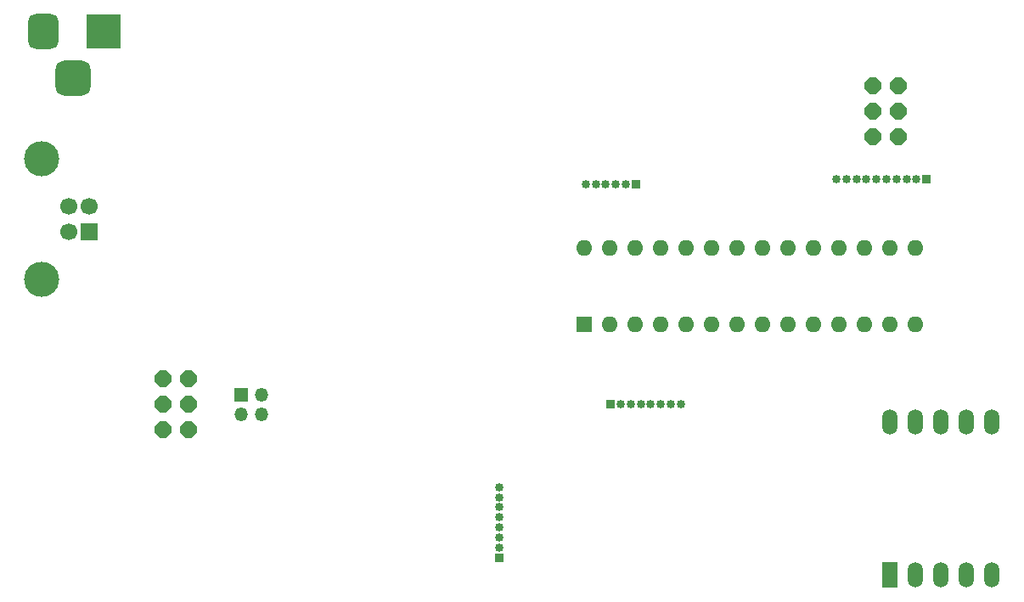
<source format=gbr>
%TF.GenerationSoftware,KiCad,Pcbnew,8.0.8*%
%TF.CreationDate,2025-05-31T18:37:02+02:00*%
%TF.ProjectId,Arduino_pcb,41726475-696e-46f5-9f70-63622e6b6963,rev?*%
%TF.SameCoordinates,Original*%
%TF.FileFunction,Soldermask,Bot*%
%TF.FilePolarity,Negative*%
%FSLAX46Y46*%
G04 Gerber Fmt 4.6, Leading zero omitted, Abs format (unit mm)*
G04 Created by KiCad (PCBNEW 8.0.8) date 2025-05-31 18:37:02*
%MOMM*%
%LPD*%
G01*
G04 APERTURE LIST*
G04 Aperture macros list*
%AMRoundRect*
0 Rectangle with rounded corners*
0 $1 Rounding radius*
0 $2 $3 $4 $5 $6 $7 $8 $9 X,Y pos of 4 corners*
0 Add a 4 corners polygon primitive as box body*
4,1,4,$2,$3,$4,$5,$6,$7,$8,$9,$2,$3,0*
0 Add four circle primitives for the rounded corners*
1,1,$1+$1,$2,$3*
1,1,$1+$1,$4,$5*
1,1,$1+$1,$6,$7*
1,1,$1+$1,$8,$9*
0 Add four rect primitives between the rounded corners*
20,1,$1+$1,$2,$3,$4,$5,0*
20,1,$1+$1,$4,$5,$6,$7,0*
20,1,$1+$1,$6,$7,$8,$9,0*
20,1,$1+$1,$8,$9,$2,$3,0*%
%AMFreePoly0*
4,1,17,0.356937,0.810921,0.810921,0.356937,0.825800,0.321016,0.825800,-0.321016,0.810921,-0.356937,0.356937,-0.810921,0.321016,-0.825800,-0.321016,-0.825800,-0.356937,-0.810921,-0.810921,-0.356937,-0.825800,-0.321016,-0.825800,0.321016,-0.810921,0.356937,-0.356937,0.810921,-0.321016,0.825800,0.321016,0.825800,0.356937,0.810921,0.356937,0.810921,$1*%
G04 Aperture macros list end*
%ADD10R,1.600000X1.600000*%
%ADD11O,1.600000X1.600000*%
%ADD12R,1.350000X1.350000*%
%ADD13O,1.350000X1.350000*%
%ADD14FreePoly0,270.000000*%
%ADD15R,1.524000X2.524000*%
%ADD16O,1.524000X2.524000*%
%ADD17RoundRect,0.875000X-0.875000X-0.875000X0.875000X-0.875000X0.875000X0.875000X-0.875000X0.875000X0*%
%ADD18RoundRect,0.750000X-0.750000X-1.000000X0.750000X-1.000000X0.750000X1.000000X-0.750000X1.000000X0*%
%ADD19R,3.500000X3.500000*%
%ADD20R,0.850000X0.850000*%
%ADD21O,0.850000X0.850000*%
%ADD22R,1.700000X1.700000*%
%ADD23C,1.700000*%
%ADD24C,3.500000*%
%ADD25FreePoly0,90.000000*%
G04 APERTURE END LIST*
D10*
%TO.C,U2*%
X118420000Y-122000000D03*
D11*
X120960000Y-122000000D03*
X123500000Y-122000000D03*
X126040000Y-122000000D03*
X128580000Y-122000000D03*
X131120000Y-122000000D03*
X133660000Y-122000000D03*
X136200000Y-122000000D03*
X138740000Y-122000000D03*
X141280000Y-122000000D03*
X143820000Y-122000000D03*
X146360000Y-122000000D03*
X148900000Y-122000000D03*
X151440000Y-122000000D03*
X151440000Y-114380000D03*
X148900000Y-114380000D03*
X146360000Y-114380000D03*
X143820000Y-114380000D03*
X141280000Y-114380000D03*
X138740000Y-114380000D03*
X136200000Y-114380000D03*
X133660000Y-114380000D03*
X131120000Y-114380000D03*
X128580000Y-114380000D03*
X126040000Y-114380000D03*
X123500000Y-114380000D03*
X120960000Y-114380000D03*
X118420000Y-114380000D03*
%TD*%
D12*
%TO.C,J2*%
X84250000Y-129000000D03*
D13*
X86250000Y-129000000D03*
X84250000Y-131000000D03*
X86250000Y-131000000D03*
%TD*%
D14*
%TO.C,J3*%
X147210000Y-98210000D03*
X149750000Y-98210000D03*
X147210000Y-100750000D03*
X149750000Y-100750000D03*
X147210000Y-103290000D03*
X149750000Y-103290000D03*
%TD*%
D15*
%TO.C,AFF1*%
X148920000Y-147000000D03*
D16*
X151460000Y-147000000D03*
X154000000Y-147000000D03*
X156540000Y-147000000D03*
X159080000Y-147000000D03*
X159080000Y-131760000D03*
X156540000Y-131760000D03*
X154000000Y-131760000D03*
X151460000Y-131760000D03*
X148920000Y-131760000D03*
%TD*%
D17*
%TO.C,J8*%
X67500000Y-97492500D03*
D18*
X64500000Y-92792500D03*
D19*
X70500000Y-92792500D03*
%TD*%
D20*
%TO.C,J5*%
X121080000Y-130000000D03*
D21*
X122080000Y-130000000D03*
X123080000Y-130000000D03*
X124080000Y-130000000D03*
X125080000Y-130000000D03*
X126080000Y-130000000D03*
X127080000Y-130000000D03*
X128080000Y-130000000D03*
%TD*%
D20*
%TO.C,J4*%
X123580000Y-108000000D03*
D21*
X122580000Y-108000000D03*
X121580000Y-108000000D03*
X120580000Y-108000000D03*
X119580000Y-108000000D03*
X118580000Y-108000000D03*
%TD*%
D20*
%TO.C,J6*%
X152580000Y-107500000D03*
D21*
X151580000Y-107500000D03*
X150580000Y-107500000D03*
X149580000Y-107500000D03*
X148580000Y-107500000D03*
X147580000Y-107500000D03*
X146580000Y-107500000D03*
X145580000Y-107500000D03*
X144580000Y-107500000D03*
X143580000Y-107500000D03*
%TD*%
D22*
%TO.C,X1*%
X69077500Y-112750000D03*
D23*
X69077500Y-110250000D03*
X67077500Y-110250000D03*
X67077500Y-112750000D03*
D24*
X64367500Y-117520000D03*
X64367500Y-105480000D03*
%TD*%
D20*
%TO.C,J7*%
X110000000Y-145250000D03*
D21*
X110000000Y-144250000D03*
X110000000Y-143250000D03*
X110000000Y-142250000D03*
X110000000Y-141250000D03*
X110000000Y-140250000D03*
X110000000Y-139250000D03*
X110000000Y-138250000D03*
%TD*%
D25*
%TO.C,J1*%
X79000000Y-132540000D03*
X76460000Y-132540000D03*
X79000000Y-130000000D03*
X76460000Y-130000000D03*
X79000000Y-127460000D03*
X76460000Y-127460000D03*
%TD*%
M02*

</source>
